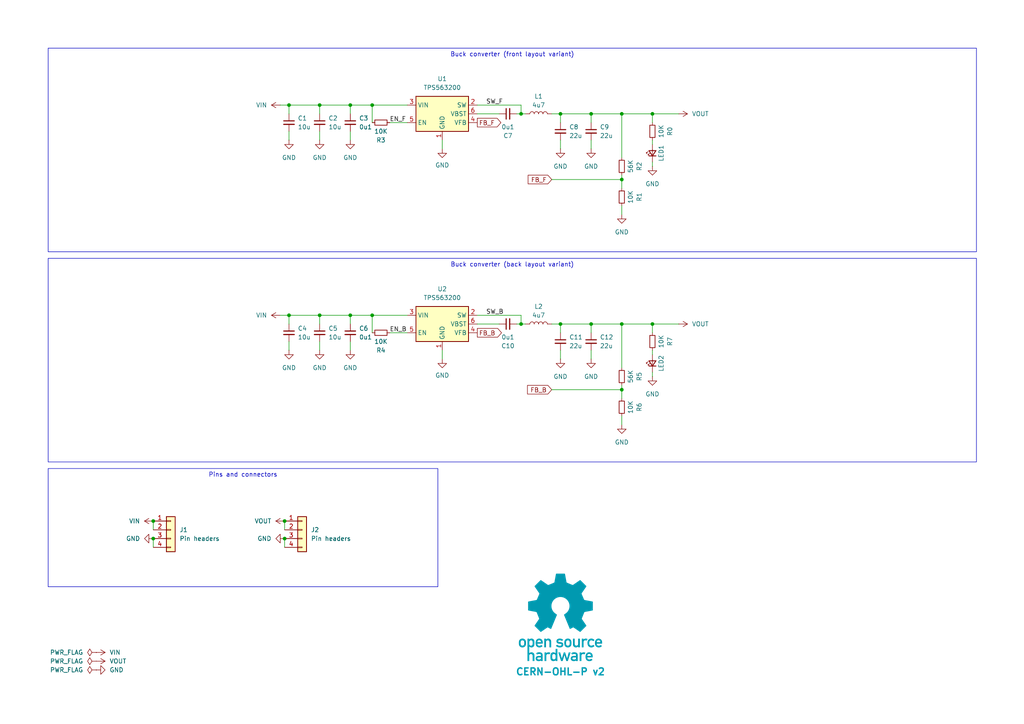
<source format=kicad_sch>
(kicad_sch (version 20231120) (generator "eeschema") (generator_version "8.0")
  (paper "A4")
  (lib_symbols
    (symbol "Connector_Generic:Conn_01x04" (pin_names (offset 1.016) hide)
      (property "Reference" "J" (at 0 5.08 0))
      (property "Value" "Conn_01x04" (at 0 -7.62 0))
      (symbol "Conn_01x04_1_1"
        (rectangle (start -1.27 -4.953) (end 0 -5.207) (stroke (width 0.1524)))
        (rectangle (start -1.27 -2.413) (end 0 -2.667) (stroke (width 0.1524)))
        (rectangle (start -1.27 0.127) (end 0 -0.127) (stroke (width 0.1524)))
        (rectangle (start -1.27 2.667) (end 0 2.413) (stroke (width 0.1524)))
        (rectangle (start -1.27 3.81) (end 1.27 -6.35) (stroke (width 0.254)) (fill (type background)))
        (pin passive line (at -5.08 2.54 0) (length 3.81) (name "Pin_1") (number "1"))
        (pin passive line (at -5.08 0 0) (length 3.81) (name "Pin_2") (number "2"))
        (pin passive line (at -5.08 -2.54 0) (length 3.81) (name "Pin_3") (number "3"))
        (pin passive line (at -5.08 -5.08 0) (length 3.81) (name "Pin_4") (number "4"))
      )
    )
    (symbol "Device:C_Small" (pin_numbers hide) (pin_names (offset 0.254) hide)
      (property "Reference" "C" (at 0.254 1.778 0))
      (property "Value" "C_Small" (at 0.254 -2.032 0))
      (symbol "C_Small_0_1"
        (polyline (pts (xy -1.524 -0.508) (xy 1.524 -0.508)) (stroke (width 0.3302)))
        (polyline (pts (xy -1.524 0.508) (xy 1.524 0.508)) (stroke (width 0.3048)))
      )
      (symbol "C_Small_1_1"
        (pin passive line (at 0 2.54 270) (length 2.032) (name "~") (number "1"))
        (pin passive line (at 0 -2.54 90) (length 2.032) (name "~") (number "2"))
      )
    )
    (symbol "Device:L" (pin_numbers hide) (pin_names (offset 1.016) hide)
      (property "Reference" "L" (at -1.27 0 90))
      (property "Value" "L" (at 1.905 0 90))
      (symbol "L_0_1"
        (arc (start 0 -2.54) (mid 0.6323 -1.905) (end 0 -1.27))
        (arc (start 0 -1.27) (mid 0.6323 -0.635) (end 0 0))
        (arc (start 0 0) (mid 0.6323 0.635) (end 0 1.27))
        (arc (start 0 1.27) (mid 0.6323 1.905) (end 0 2.54))
      )
      (symbol "L_1_1"
        (pin passive line (at 0 3.81 270) (length 1.27) (name "1") (number "1"))
        (pin passive line (at 0 -3.81 90) (length 1.27) (name "2") (number "2"))
      )
    )
    (symbol "Device:LED_Small" (pin_numbers hide) (pin_names (offset 0.254) hide)
      (property "Reference" "D" (at -1.27 3.175 0))
      (property "Value" "LED_Small" (at -4.445 -2.54 0))
      (symbol "LED_Small_0_1"
        (polyline (pts (xy -0.762 -1.016) (xy -0.762 1.016)) (stroke (width 0.254)))
        (polyline (pts (xy 1.016 0) (xy -0.762 0)))
        (polyline (pts (xy 0.762 -1.016) (xy -0.762 0) (xy 0.762 1.016) (xy 0.762 -1.016)) (stroke (width 0.254)))
        (polyline (pts (xy 0 0.762) (xy -0.508 1.27) (xy -0.254 1.27) (xy -0.508 1.27) (xy -0.508 1.016)))
        (polyline (pts (xy 0.508 1.27) (xy 0 1.778) (xy 0.254 1.778) (xy 0 1.778) (xy 0 1.524)))
      )
      (symbol "LED_Small_1_1"
        (pin passive line (at -2.54 0 0) (length 1.778) (name "K") (number "1"))
        (pin passive line (at 2.54 0 180) (length 1.778) (name "A") (number "2"))
      )
    )
    (symbol "Device:R_Small" (pin_numbers hide) (pin_names (offset 0.254) hide)
      (property "Reference" "R" (at 0.762 0.508 0))
      (property "Value" "R_Small" (at 0.762 -1.016 0))
      (symbol "R_Small_0_1"
        (rectangle (start -0.762 1.778) (end 0.762 -1.778) (stroke (width 0.2032)))
      )
      (symbol "R_Small_1_1"
        (pin passive line (at 0 2.54 270) (length 0.762) (name "~") (number "1"))
        (pin passive line (at 0 -2.54 90) (length 0.762) (name "~") (number "2"))
      )
    )
    (symbol "Regulator_Switching:TPS563200"
      (property "Reference" "U" (at -7.62 6.35 0))
      (property "Value" "TPS563200" (at -2.54 6.35 0))
      (symbol "TPS563200_0_1"
        (rectangle (start -7.62 5.08) (end 7.62 -5.08) (stroke (width 0.254)) (fill (type background)))
      )
      (symbol "TPS563200_1_1"
        (pin power_in line (at 0 -7.62 90) (length 2.54) (name "GND") (number "1"))
        (pin output line (at 10.16 2.54 180) (length 2.54) (name "SW") (number "2"))
        (pin power_in line (at -10.16 2.54 0) (length 2.54) (name "VIN") (number "3"))
        (pin input line (at 10.16 -2.54 180) (length 2.54) (name "VFB") (number "4"))
        (pin input line (at -10.16 -2.54 0) (length 2.54) (name "EN") (number "5"))
        (pin passive line (at 10.16 0 180) (length 2.54) (name "VBST") (number "6"))
      )
    )
    (symbol "power:GND" (power) (pin_numbers hide) (pin_names (offset 0) hide)
      (property "Value" "GND" (at 0 -3.81 0))
      (symbol "GND_0_1"
        (polyline (pts (xy 0 0) (xy 0 -1.27) (xy 1.27 -1.27) (xy 0 -2.54) (xy -1.27 -1.27) (xy 0 -1.27)))
      )
      (symbol "GND_1_1"
        (pin power_in line (at 0 0 270) (length 0) (name "~") (number "1"))
      )
    )
    (symbol "power:PWR_FLAG" (power) (pin_numbers hide) (pin_names (offset 0) hide)
      (property "Value" "PWR_FLAG" (at 0 3.81 0))
      (symbol "PWR_FLAG_0_0"
        (pin power_out line (at 0 0 90) (length 0) (name "~") (number "1"))
      )
      (symbol "PWR_FLAG_0_1"
        (polyline (pts (xy 0 0) (xy 0 1.27) (xy -1.016 1.905) (xy 0 2.54) (xy 1.016 1.905) (xy 0 1.27)))
      )
    )
    (symbol "power:VCC" (power) (pin_numbers hide) (pin_names (offset 0) hide)
      (property "Value" "VCC" (at 0 3.556 0))
      (symbol "VCC_0_1"
        (polyline (pts (xy -0.762 1.27) (xy 0 2.54)))
        (polyline (pts (xy 0 0) (xy 0 2.54)))
        (polyline (pts (xy 0 2.54) (xy 0.762 1.27)))
      )
      (symbol "VCC_1_1"
        (pin power_in line (at 0 0 90) (length 0) (name "~") (number "1"))
      )
    )
  )
  (junction (at 180.34 52.07))
  (junction (at 151.13 33.02))
  (junction (at 82.55 151.13))
  (junction (at 171.45 33.02))
  (junction (at 180.34 93.98))
  (junction (at 83.82 91.44))
  (junction (at 189.23 33.02))
  (junction (at 180.34 33.02))
  (junction (at 189.23 93.98))
  (junction (at 83.82 30.48))
  (junction (at 162.56 33.02))
  (junction (at 107.95 30.48))
  (junction (at 107.95 91.44))
  (junction (at 44.45 156.21))
  (junction (at 101.6 91.44))
  (junction (at 180.34 113.03))
  (junction (at 44.45 151.13))
  (junction (at 82.55 156.21))
  (junction (at 101.6 30.48))
  (junction (at 171.45 93.98))
  (junction (at 92.71 30.48))
  (junction (at 162.56 93.98))
  (junction (at 151.13 93.98))
  (junction (at 92.71 91.44))
  (wire (pts (xy 162.56 33.02) (xy 162.56 35.56)))
  (wire (pts (xy 138.43 93.98) (xy 144.78 93.98)))
  (wire (pts (xy 113.03 35.56) (xy 118.11 35.56)))
  (wire (pts (xy 107.95 91.44) (xy 107.95 96.52)))
  (wire (pts (xy 44.45 156.21) (xy 44.45 158.75)))
  (wire (pts (xy 113.03 96.52) (xy 118.11 96.52)))
  (wire (pts (xy 160.02 52.07) (xy 180.34 52.07)))
  (wire (pts (xy 92.71 30.48) (xy 101.6 30.48)))
  (wire (pts (xy 128.27 43.18) (xy 128.27 40.64)))
  (wire (pts (xy 180.34 33.02) (xy 189.23 33.02)))
  (wire (pts (xy 162.56 93.98) (xy 171.45 93.98)))
  (wire (pts (xy 189.23 96.52) (xy 189.23 93.98)))
  (wire (pts (xy 171.45 96.52) (xy 171.45 93.98)))
  (wire (pts (xy 160.02 33.02) (xy 162.56 33.02)))
  (wire (pts (xy 180.34 113.03) (xy 180.34 115.57)))
  (wire (pts (xy 180.34 111.76) (xy 180.34 113.03)))
  (wire (pts (xy 196.85 33.02) (xy 189.23 33.02)))
  (wire (pts (xy 138.43 33.02) (xy 144.78 33.02)))
  (wire (pts (xy 92.71 33.02) (xy 92.71 30.48)))
  (wire (pts (xy 189.23 40.64) (xy 189.23 41.91)))
  (wire (pts (xy 81.28 30.48) (xy 83.82 30.48)))
  (wire (pts (xy 101.6 33.02) (xy 101.6 30.48)))
  (wire (pts (xy 162.56 93.98) (xy 162.56 96.52)))
  (wire (pts (xy 44.45 151.13) (xy 44.45 153.67)))
  (wire (pts (xy 92.71 93.98) (xy 92.71 91.44)))
  (wire (pts (xy 107.95 91.44) (xy 118.11 91.44)))
  (wire (pts (xy 82.55 151.13) (xy 82.55 153.67)))
  (wire (pts (xy 83.82 91.44) (xy 92.71 91.44)))
  (wire (pts (xy 189.23 101.6) (xy 189.23 102.87)))
  (wire (pts (xy 180.34 93.98) (xy 189.23 93.98)))
  (wire (pts (xy 149.86 33.02) (xy 151.13 33.02)))
  (wire (pts (xy 189.23 35.56) (xy 189.23 33.02)))
  (wire (pts (xy 180.34 93.98) (xy 180.34 106.68)))
  (wire (pts (xy 180.34 123.19) (xy 180.34 120.65)))
  (wire (pts (xy 83.82 33.02) (xy 83.82 30.48)))
  (wire (pts (xy 149.86 93.98) (xy 151.13 93.98)))
  (wire (pts (xy 189.23 109.22) (xy 189.23 107.95)))
  (wire (pts (xy 171.45 35.56) (xy 171.45 33.02)))
  (wire (pts (xy 180.34 62.23) (xy 180.34 59.69)))
  (wire (pts (xy 81.28 91.44) (xy 83.82 91.44)))
  (wire (pts (xy 92.71 101.6) (xy 92.71 99.06)))
  (wire (pts (xy 92.71 91.44) (xy 101.6 91.44)))
  (wire (pts (xy 160.02 93.98) (xy 162.56 93.98)))
  (wire (pts (xy 180.34 33.02) (xy 180.34 45.72)))
  (wire (pts (xy 107.95 30.48) (xy 107.95 35.56)))
  (wire (pts (xy 151.13 93.98) (xy 152.4 93.98)))
  (wire (pts (xy 101.6 40.64) (xy 101.6 38.1)))
  (wire (pts (xy 101.6 93.98) (xy 101.6 91.44)))
  (wire (pts (xy 138.43 91.44) (xy 151.13 91.44)))
  (wire (pts (xy 107.95 30.48) (xy 118.11 30.48)))
  (wire (pts (xy 196.85 93.98) (xy 189.23 93.98)))
  (wire (pts (xy 171.45 104.14) (xy 171.45 101.6)))
  (wire (pts (xy 162.56 33.02) (xy 171.45 33.02)))
  (wire (pts (xy 151.13 30.48) (xy 151.13 33.02)))
  (wire (pts (xy 92.71 40.64) (xy 92.71 38.1)))
  (wire (pts (xy 82.55 156.21) (xy 82.55 158.75)))
  (wire (pts (xy 180.34 33.02) (xy 171.45 33.02)))
  (wire (pts (xy 101.6 30.48) (xy 107.95 30.48)))
  (wire (pts (xy 128.27 104.14) (xy 128.27 101.6)))
  (wire (pts (xy 83.82 30.48) (xy 92.71 30.48)))
  (wire (pts (xy 83.82 101.6) (xy 83.82 99.06)))
  (wire (pts (xy 180.34 50.8) (xy 180.34 52.07)))
  (wire (pts (xy 171.45 43.18) (xy 171.45 40.64)))
  (wire (pts (xy 138.43 30.48) (xy 151.13 30.48)))
  (wire (pts (xy 162.56 104.14) (xy 162.56 101.6)))
  (wire (pts (xy 83.82 93.98) (xy 83.82 91.44)))
  (wire (pts (xy 180.34 52.07) (xy 180.34 54.61)))
  (wire (pts (xy 180.34 93.98) (xy 171.45 93.98)))
  (wire (pts (xy 101.6 91.44) (xy 107.95 91.44)))
  (wire (pts (xy 162.56 43.18) (xy 162.56 40.64)))
  (wire (pts (xy 83.82 40.64) (xy 83.82 38.1)))
  (wire (pts (xy 160.02 113.03) (xy 180.34 113.03)))
  (wire (pts (xy 101.6 101.6) (xy 101.6 99.06)))
  (wire (pts (xy 189.23 48.26) (xy 189.23 46.99)))
  (wire (pts (xy 151.13 33.02) (xy 152.4 33.02)))
  (wire (pts (xy 151.13 91.44) (xy 151.13 93.98)))
  (image (at 162.56 179.07) (scale 0.37481))
  (text_box "Pins and connectors" (at 13.97 135.89 0) (size 113.03 34.29) (effects (font (size 1.27 1.27)) (justify top)))
  (text_box "Buck converter (front layout variant)" (at 13.97 13.97 0) (size 269.24 59.055) (effects (font (size 1.27 1.27)) (justify top)))
  (text_box "Buck converter (back layout variant)" (at 13.97 74.93 0) (size 269.24 59.055) (effects (font (size 1.27 1.27)) (justify top)))
  (text "CERN-OHL-P v2" (at 162.56 195.072 0) (effects (font (size 2 2) (thickness 0.4) (bold yes))))
  (label "EN_B" (at 113.03 96.52 0))
  (label "EN_F" (at 113.03 35.56 0))
  (label "SW_B" (at 140.97 91.44 0))
  (label "SW_F" (at 140.97 30.48 0))
  (global_label "FB_F" (shape output) (at 138.43 35.56 0) (property "Intersheetrefs" "${INTERSHEET_REFS}" (effects (hide yes))))
  (global_label "FB_B" (shape input) (at 160.02 113.03 180) (property "Intersheetrefs" "${INTERSHEET_REFS}" (effects (hide yes))))
  (global_label "FB_F" (shape input) (at 160.02 52.07 180) (property "Intersheetrefs" "${INTERSHEET_REFS}" (effects (hide yes))))
  (global_label "FB_B" (shape output) (at 138.43 96.52 0) (property "Intersheetrefs" "${INTERSHEET_REFS}" (effects (hide yes))))
  (symbol (lib_id "Device:R_Small") (at 189.23 99.06 0) (mirror x) (unit 1)
    (property "Reference" "R7" (at 194.31 99.06 90))
    (property "Value" "10K" (at 191.77 99.06 90))
    (property "Footprint" "Resistor_SMD:R_0603_1608Metric_Pad0.98x0.95mm_HandSolder" (effects (hide yes)))
    (property "Description" "Resistor, small symbol" (effects (hide yes)))
  )
  (symbol (lib_id "Device:C_Small") (at 147.32 33.02 90) (mirror x) (unit 1)
    (property "Reference" "C7" (at 147.3263 39.37 90))
    (property "Value" "0u1" (at 147.3263 36.83 90))
    (property "Footprint" "custom:C_0603_1608Metric_Pad1.08x0.95mm_HandSolder" (effects (hide yes)))
    (property "Description" "Unpolarized capacitor, small symbol" (effects (hide yes)))
  )
  (symbol (lib_id "Regulator_Switching:TPS563200") (at 128.27 33.02 0) (unit 1)
    (property "Reference" "U1" (at 128.27 22.86 0))
    (property "Value" "TPS563200" (at 128.27 25.4 0))
    (property "Footprint" "custom:SOT-23-6_Handsoldering_simple" (effects (hide yes)))
    (property "Datasheet" "http://www.ti.com/lit/ds/symlink/tps563200.pdf" (effects (hide yes)))
    (property "Description" "3A Synchronous Step-Down Voltage Regulator, Adjustable Output Voltage, 4.5-17V Input Voltage, SOT-23-6" (effects (hide yes)))
  )
  (symbol (lib_id "Device:C_Small") (at 101.6 35.56 0) (unit 1)
    (property "Reference" "C3" (at 104.14 34.2962 0) (effects (justify left)))
    (property "Value" "0u1" (at 104.14 36.8362 0) (effects (justify left)))
    (property "Footprint" "custom:C_0603_1608Metric_Pad1.08x0.95mm_HandSolder" (effects (hide yes)))
    (property "Description" "Unpolarized capacitor, small symbol" (effects (hide yes)))
  )
  (symbol (lib_id "Device:LED_Small") (at 189.23 44.45 90) (unit 1)
    (property "Reference" "LED1" (at 191.77 44.45 0))
    (property "Value" "LED_Small" (effects (hide yes)))
    (property "Footprint" "custom:LED_0603_1608Metric_Pad1.05x0.95mm_HandSolder_simple" (effects (hide yes)))
    (property "Description" "Light emitting diode, small symbol" (effects (hide yes)))
  )
  (symbol (lib_id "power:GND") (at 171.45 43.18 0) (unit 1)
    (property "Reference" "#PWR017" (effects (hide yes)))
    (property "Value" "GND" (at 171.45 48.26 0))
    (property "Description" "Power symbol creates a global label with name \"GND\" , ground" (effects (hide yes)))
  )
  (symbol (lib_id "Device:R_Small") (at 180.34 48.26 0) (mirror x) (unit 1)
    (property "Reference" "R2" (at 185.42 48.26 90))
    (property "Value" "56K" (at 182.88 48.26 90))
    (property "Footprint" "Resistor_SMD:R_0603_1608Metric_Pad0.98x0.95mm_HandSolder" (effects (hide yes)))
    (property "Description" "Resistor, small symbol" (effects (hide yes)))
  )
  (symbol (lib_id "Device:C_Small") (at 162.56 99.06 0) (unit 1)
    (property "Reference" "C11" (at 165.1 97.7962 0) (effects (justify left)))
    (property "Value" "22u" (at 165.1 100.3362 0) (effects (justify left)))
    (property "Footprint" "custom:C_0603_1608Metric_Pad1.08x0.95mm_HandSolder" (effects (hide yes)))
    (property "Description" "Unpolarized capacitor, small symbol" (effects (hide yes)))
  )
  (symbol (lib_id "power:PWR_FLAG") (at 27.94 189.23 90) (unit 1)
    (property "Reference" "#FLG03" (effects (hide yes)))
    (property "Value" "PWR_FLAG" (at 24.13 189.2299 90) (effects (justify left)))
    (property "Description" "Special symbol for telling ERC where power comes from" (effects (hide yes)))
  )
  (symbol (lib_id "power:VCC") (at 44.45 151.13 90) (mirror x) (unit 1)
    (property "Reference" "#PWR04" (effects (hide yes)))
    (property "Value" "VIN" (at 40.64 151.1299 90) (effects (justify left)))
    (property "Description" "Power symbol creates a global label with name \"VCC\"" (effects (hide yes)))
  )
  (symbol (lib_id "power:GND") (at 189.23 109.22 0) (unit 1)
    (property "Reference" "#PWR026" (effects (hide yes)))
    (property "Value" "GND" (at 189.23 114.3 0))
    (property "Description" "Power symbol creates a global label with name \"GND\" , ground" (effects (hide yes)))
  )
  (symbol (lib_id "power:GND") (at 162.56 43.18 0) (unit 1)
    (property "Reference" "#PWR016" (effects (hide yes)))
    (property "Value" "GND" (at 162.56 48.26 0))
    (property "Description" "Power symbol creates a global label with name \"GND\" , ground" (effects (hide yes)))
  )
  (symbol (lib_id "power:GND") (at 128.27 104.14 0) (unit 1)
    (property "Reference" "#PWR022" (effects (hide yes)))
    (property "Value" "GND" (at 128.27 108.8701 0))
    (property "Description" "Power symbol creates a global label with name \"GND\" , ground" (effects (hide yes)))
  )
  (symbol (lib_id "Device:R_Small") (at 110.49 35.56 90) (mirror x) (unit 1)
    (property "Reference" "R3" (at 110.49 40.64 90))
    (property "Value" "10K" (at 110.49 38.1 90))
    (property "Footprint" "Resistor_SMD:R_0603_1608Metric_Pad0.98x0.95mm_HandSolder" (effects (hide yes)))
    (property "Description" "Resistor, small symbol" (effects (hide yes)))
  )
  (symbol (lib_id "Device:C_Small") (at 147.32 93.98 90) (mirror x) (unit 1)
    (property "Reference" "C10" (at 147.3263 100.33 90))
    (property "Value" "0u1" (at 147.3263 97.79 90))
    (property "Footprint" "custom:C_0603_1608Metric_Pad1.08x0.95mm_HandSolder" (effects (hide yes)))
    (property "Description" "Unpolarized capacitor, small symbol" (effects (hide yes)))
  )
  (symbol (lib_id "Device:LED_Small") (at 189.23 105.41 90) (unit 1)
    (property "Reference" "LED2" (at 191.77 105.41 0))
    (property "Value" "LED_Small" (effects (hide yes)))
    (property "Footprint" "custom:LED_0603_1608Metric_Pad1.05x0.95mm_HandSolder_simple" (effects (hide yes)))
    (property "Description" "Light emitting diode, small symbol" (effects (hide yes)))
  )
  (symbol (lib_id "Device:C_Small") (at 162.56 38.1 0) (unit 1)
    (property "Reference" "C8" (at 165.1 36.8362 0) (effects (justify left)))
    (property "Value" "22u" (at 165.1 39.3762 0) (effects (justify left)))
    (property "Footprint" "custom:C_0603_1608Metric_Pad1.08x0.95mm_HandSolder" (effects (hide yes)))
    (property "Description" "Unpolarized capacitor, small symbol" (effects (hide yes)))
  )
  (symbol (lib_id "power:VCC") (at 27.94 191.77 270) (unit 1)
    (property "Reference" "#PWR01" (effects (hide yes)))
    (property "Value" "VOUT" (at 31.75 191.7699 90) (effects (justify left)))
    (property "Description" "Power symbol creates a global label with name \"VCC\"" (effects (hide yes)))
  )
  (symbol (lib_id "power:GND") (at 128.27 43.18 0) (unit 1)
    (property "Reference" "#PWR015" (effects (hide yes)))
    (property "Value" "GND" (at 128.27 47.9101 0))
    (property "Description" "Power symbol creates a global label with name \"GND\" , ground" (effects (hide yes)))
  )
  (symbol (lib_id "Device:C_Small") (at 101.6 96.52 0) (unit 1)
    (property "Reference" "C6" (at 104.14 95.2562 0) (effects (justify left)))
    (property "Value" "0u1" (at 104.14 97.7962 0) (effects (justify left)))
    (property "Footprint" "custom:C_0603_1608Metric_Pad1.08x0.95mm_HandSolder" (effects (hide yes)))
    (property "Description" "Unpolarized capacitor, small symbol" (effects (hide yes)))
  )
  (symbol (lib_id "power:GND") (at 180.34 123.19 0) (unit 1)
    (property "Reference" "#PWR025" (effects (hide yes)))
    (property "Value" "GND" (at 180.34 128.27 0))
    (property "Description" "Power symbol creates a global label with name \"GND\" , ground" (effects (hide yes)))
  )
  (symbol (lib_id "power:GND") (at 44.45 156.21 270) (mirror x) (unit 1)
    (property "Reference" "#PWR05" (effects (hide yes)))
    (property "Value" "GND" (at 40.64 156.2099 90) (effects (justify right)))
    (property "Description" "Power symbol creates a global label with name \"GND\" , ground" (effects (hide yes)))
  )
  (symbol (lib_id "power:GND") (at 101.6 101.6 0) (unit 1)
    (property "Reference" "#PWR014" (effects (hide yes)))
    (property "Value" "GND" (at 101.6 106.68 0))
    (property "Description" "Power symbol creates a global label with name \"GND\" , ground" (effects (hide yes)))
  )
  (symbol (lib_id "power:GND") (at 27.94 194.31 90) (unit 1)
    (property "Reference" "#PWR02" (effects (hide yes)))
    (property "Value" "GND" (at 31.75 194.3099 90) (effects (justify right)))
    (property "Description" "Power symbol creates a global label with name \"GND\" , ground" (effects (hide yes)))
  )
  (symbol (lib_id "power:VCC") (at 81.28 91.44 90) (unit 1)
    (property "Reference" "#PWR011" (effects (hide yes)))
    (property "Value" "VIN" (at 77.47 91.4399 90) (effects (justify left)))
    (property "Description" "Power symbol creates a global label with name \"VCC\"" (effects (hide yes)))
  )
  (symbol (lib_id "Device:R_Small") (at 180.34 109.22 0) (mirror x) (unit 1)
    (property "Reference" "R5" (at 185.42 109.22 90))
    (property "Value" "56K" (at 182.88 109.22 90))
    (property "Footprint" "Resistor_SMD:R_0603_1608Metric_Pad0.98x0.95mm_HandSolder" (effects (hide yes)))
    (property "Description" "Resistor, small symbol" (effects (hide yes)))
  )
  (symbol (lib_id "Connector_Generic:Conn_01x04") (at 87.63 153.67 0) (unit 1)
    (property "Reference" "J2" (at 90.17 153.6699 0) (effects (justify left)))
    (property "Value" "Pin headers" (at 90.17 156.2099 0) (effects (justify left)))
    (property "Footprint" "custom:PinHeader_1x04_P2.54mm_Vertical_simple_pad3,4gnd" (effects (hide yes)))
    (property "Description" "Generic connector, single row, 01x04, script generated (kicad-library-utils/schlib/autogen/connector/)" (effects (hide yes)))
  )
  (symbol (lib_id "Device:L") (at 156.21 33.02 90) (unit 1)
    (property "Reference" "L1" (at 156.21 27.94 90))
    (property "Value" "4u7" (at 156.21 30.48 90))
    (property "Footprint" "lcsc:IND-SMD_L2.5-W2.0_MHCHL2520" (effects (hide yes)))
    (property "Description" "Inductor" (effects (hide yes)))
  )
  (symbol (lib_id "power:GND") (at 162.56 104.14 0) (unit 1)
    (property "Reference" "#PWR023" (effects (hide yes)))
    (property "Value" "GND" (at 162.56 109.22 0))
    (property "Description" "Power symbol creates a global label with name \"GND\" , ground" (effects (hide yes)))
  )
  (symbol (lib_id "Device:C_Small") (at 92.71 96.52 0) (unit 1)
    (property "Reference" "C5" (at 95.25 95.2562 0) (effects (justify left)))
    (property "Value" "10u" (at 95.25 97.7962 0) (effects (justify left)))
    (property "Footprint" "custom:C_0603_1608Metric_Pad1.08x0.95mm_HandSolder" (effects (hide yes)))
    (property "Description" "Unpolarized capacitor, small symbol" (effects (hide yes)))
  )
  (symbol (lib_id "Regulator_Switching:TPS563200") (at 128.27 93.98 0) (unit 1)
    (property "Reference" "U2" (at 128.27 83.82 0))
    (property "Value" "TPS563200" (at 128.27 86.36 0))
    (property "Footprint" "custom:SOT-23-6_Handsoldering_simple" (effects (hide yes)))
    (property "Datasheet" "http://www.ti.com/lit/ds/symlink/tps563200.pdf" (effects (hide yes)))
    (property "Description" "3A Synchronous Step-Down Voltage Regulator, Adjustable Output Voltage, 4.5-17V Input Voltage, SOT-23-6" (effects (hide yes)))
  )
  (symbol (lib_id "power:VCC") (at 81.28 30.48 90) (unit 1)
    (property "Reference" "#PWR08" (effects (hide yes)))
    (property "Value" "VIN" (at 77.47 30.4799 90) (effects (justify left)))
    (property "Description" "Power symbol creates a global label with name \"VCC\"" (effects (hide yes)))
  )
  (symbol (lib_id "power:GND") (at 101.6 40.64 0) (unit 1)
    (property "Reference" "#PWR010" (effects (hide yes)))
    (property "Value" "GND" (at 101.6 45.72 0))
    (property "Description" "Power symbol creates a global label with name \"GND\" , ground" (effects (hide yes)))
  )
  (symbol (lib_id "Device:R_Small") (at 110.49 96.52 90) (mirror x) (unit 1)
    (property "Reference" "R4" (at 110.49 101.6 90))
    (property "Value" "10K" (at 110.49 99.06 90))
    (property "Footprint" "Resistor_SMD:R_0603_1608Metric_Pad0.98x0.95mm_HandSolder" (effects (hide yes)))
    (property "Description" "Resistor, small symbol" (effects (hide yes)))
  )
  (symbol (lib_id "power:VCC") (at 27.94 189.23 270) (unit 1)
    (property "Reference" "#PWR03" (effects (hide yes)))
    (property "Value" "VIN" (at 31.75 189.2299 90) (effects (justify left)))
    (property "Description" "Power symbol creates a global label with name \"VCC\"" (effects (hide yes)))
  )
  (symbol (lib_id "power:PWR_FLAG") (at 27.94 191.77 90) (unit 1)
    (property "Reference" "#FLG01" (effects (hide yes)))
    (property "Value" "PWR_FLAG" (at 24.13 191.7699 90) (effects (justify left)))
    (property "Description" "Special symbol for telling ERC where power comes from" (effects (hide yes)))
  )
  (symbol (lib_id "Device:C_Small") (at 83.82 96.52 0) (unit 1)
    (property "Reference" "C4" (at 86.36 95.2562 0) (effects (justify left)))
    (property "Value" "10u" (at 86.36 97.7962 0) (effects (justify left)))
    (property "Footprint" "custom:C_0603_1608Metric_Pad1.08x0.95mm_HandSolder" (effects (hide yes)))
    (property "Description" "Unpolarized capacitor, small symbol" (effects (hide yes)))
  )
  (symbol (lib_id "power:VCC") (at 196.85 93.98 270) (unit 1)
    (property "Reference" "#PWR027" (effects (hide yes)))
    (property "Value" "VOUT" (at 200.66 93.9801 90) (effects (justify left)))
    (property "Description" "Power symbol creates a global label with name \"VCC\"" (effects (hide yes)))
  )
  (symbol (lib_id "Device:C_Small") (at 92.71 35.56 0) (unit 1)
    (property "Reference" "C2" (at 95.25 34.2962 0) (effects (justify left)))
    (property "Value" "10u" (at 95.25 36.8362 0) (effects (justify left)))
    (property "Footprint" "custom:C_0603_1608Metric_Pad1.08x0.95mm_HandSolder" (effects (hide yes)))
    (property "Description" "Unpolarized capacitor, small symbol" (effects (hide yes)))
  )
  (symbol (lib_id "Device:R_Small") (at 189.23 38.1 0) (mirror x) (unit 1)
    (property "Reference" "R0" (at 194.31 38.1 90))
    (property "Value" "10K" (at 191.77 38.1 90))
    (property "Footprint" "Resistor_SMD:R_0603_1608Metric_Pad0.98x0.95mm_HandSolder" (effects (hide yes)))
    (property "Description" "Resistor, small symbol" (effects (hide yes)))
  )
  (symbol (lib_id "power:GND") (at 83.82 101.6 0) (unit 1)
    (property "Reference" "#PWR012" (effects (hide yes)))
    (property "Value" "GND" (at 83.82 106.68 0))
    (property "Description" "Power symbol creates a global label with name \"GND\" , ground" (effects (hide yes)))
  )
  (symbol (lib_id "Device:R_Small") (at 180.34 57.15 0) (mirror x) (unit 1)
    (property "Reference" "R1" (at 185.42 57.15 90))
    (property "Value" "10K" (at 182.88 57.15 90))
    (property "Footprint" "Resistor_SMD:R_0603_1608Metric_Pad0.98x0.95mm_HandSolder" (effects (hide yes)))
    (property "Description" "Resistor, small symbol" (effects (hide yes)))
  )
  (symbol (lib_id "Device:C_Small") (at 171.45 38.1 0) (unit 1)
    (property "Reference" "C9" (at 173.99 36.8362 0) (effects (justify left)))
    (property "Value" "22u" (at 173.99 39.3762 0) (effects (justify left)))
    (property "Footprint" "custom:C_0603_1608Metric_Pad1.08x0.95mm_HandSolder" (effects (hide yes)))
    (property "Description" "Unpolarized capacitor, small symbol" (effects (hide yes)))
  )
  (symbol (lib_id "power:PWR_FLAG") (at 27.94 194.31 90) (unit 1)
    (property "Reference" "#FLG02" (effects (hide yes)))
    (property "Value" "PWR_FLAG" (at 24.13 194.3099 90) (effects (justify left)))
    (property "Description" "Special symbol for telling ERC where power comes from" (effects (hide yes)))
  )
  (symbol (lib_id "power:GND") (at 180.34 62.23 0) (unit 1)
    (property "Reference" "#PWR020" (effects (hide yes)))
    (property "Value" "GND" (at 180.34 67.31 0))
    (property "Description" "Power symbol creates a global label with name \"GND\" , ground" (effects (hide yes)))
  )
  (symbol (lib_id "Connector_Generic:Conn_01x04") (at 49.53 153.67 0) (unit 1)
    (property "Reference" "J1" (at 52.07 153.6699 0) (effects (justify left)))
    (property "Value" "Pin headers" (at 52.07 156.2099 0) (effects (justify left)))
    (property "Footprint" "custom:PinHeader_1x04_P2.54mm_Vertical_simple_pad3,4gnd" (effects (hide yes)))
    (property "Description" "Generic connector, single row, 01x04, script generated (kicad-library-utils/schlib/autogen/connector/)" (effects (hide yes)))
  )
  (symbol (lib_id "power:GND") (at 92.71 101.6 0) (unit 1)
    (property "Reference" "#PWR013" (effects (hide yes)))
    (property "Value" "GND" (at 92.71 106.68 0))
    (property "Description" "Power symbol creates a global label with name \"GND\" , ground" (effects (hide yes)))
  )
  (symbol (lib_id "power:VCC") (at 196.85 33.02 270) (unit 1)
    (property "Reference" "#PWR018" (effects (hide yes)))
    (property "Value" "VOUT" (at 200.66 33.0201 90) (effects (justify left)))
    (property "Description" "Power symbol creates a global label with name \"VCC\"" (effects (hide yes)))
  )
  (symbol (lib_id "Device:C_Small") (at 83.82 35.56 0) (unit 1)
    (property "Reference" "C1" (at 86.36 34.2962 0) (effects (justify left)))
    (property "Value" "10u" (at 86.36 36.8362 0) (effects (justify left)))
    (property "Footprint" "custom:C_0603_1608Metric_Pad1.08x0.95mm_HandSolder" (effects (hide yes)))
    (property "Description" "Unpolarized capacitor, small symbol" (effects (hide yes)))
  )
  (symbol (lib_id "Device:C_Small") (at 171.45 99.06 0) (unit 1)
    (property "Reference" "C12" (at 173.99 97.7962 0) (effects (justify left)))
    (property "Value" "22u" (at 173.99 100.3362 0) (effects (justify left)))
    (property "Footprint" "custom:C_0603_1608Metric_Pad1.08x0.95mm_HandSolder" (effects (hide yes)))
    (property "Description" "Unpolarized capacitor, small symbol" (effects (hide yes)))
  )
  (symbol (lib_id "power:GND") (at 171.45 104.14 0) (unit 1)
    (property "Reference" "#PWR024" (effects (hide yes)))
    (property "Value" "GND" (at 171.45 109.22 0))
    (property "Description" "Power symbol creates a global label with name \"GND\" , ground" (effects (hide yes)))
  )
  (symbol (lib_id "power:GND") (at 82.55 156.21 270) (mirror x) (unit 1)
    (property "Reference" "#PWR07" (effects (hide yes)))
    (property "Value" "GND" (at 78.74 156.2099 90) (effects (justify right)))
    (property "Description" "Power symbol creates a global label with name \"GND\" , ground" (effects (hide yes)))
  )
  (symbol (lib_id "Device:L") (at 156.21 93.98 90) (unit 1)
    (property "Reference" "L2" (at 156.21 88.9 90))
    (property "Value" "4u7" (at 156.21 91.44 90))
    (property "Footprint" "lcsc:IND-SMD_L2.5-W2.0_MHCHL2520" (effects (hide yes)))
    (property "Description" "Inductor" (effects (hide yes)))
  )
  (symbol (lib_id "power:GND") (at 83.82 40.64 0) (unit 1)
    (property "Reference" "#PWR09" (effects (hide yes)))
    (property "Value" "GND" (at 83.82 45.72 0))
    (property "Description" "Power symbol creates a global label with name \"GND\" , ground" (effects (hide yes)))
  )
  (symbol (lib_id "Device:R_Small") (at 180.34 118.11 0) (mirror x) (unit 1)
    (property "Reference" "R6" (at 185.42 118.11 90))
    (property "Value" "10K" (at 182.88 118.11 90))
    (property "Footprint" "Resistor_SMD:R_0603_1608Metric_Pad0.98x0.95mm_HandSolder" (effects (hide yes)))
    (property "Description" "Resistor, small symbol" (effects (hide yes)))
  )
  (symbol (lib_id "power:GND") (at 189.23 48.26 0) (unit 1)
    (property "Reference" "#PWR019" (effects (hide yes)))
    (property "Value" "GND" (at 189.23 53.34 0))
    (property "Description" "Power symbol creates a global label with name \"GND\" , ground" (effects (hide yes)))
  )
  (symbol (lib_id "power:VCC") (at 82.55 151.13 90) (mirror x) (unit 1)
    (property "Reference" "#PWR06" (effects (hide yes)))
    (property "Value" "VOUT" (at 78.74 151.1299 90) (effects (justify left)))
    (property "Description" "Power symbol creates a global label with name \"VCC\"" (effects (hide yes)))
  )
  (symbol (lib_id "power:GND") (at 92.71 40.64 0) (unit 1)
    (property "Reference" "#PWR021" (effects (hide yes)))
    (property "Value" "GND" (at 92.71 45.72 0))
    (property "Description" "Power symbol creates a global label with name \"GND\" , ground" (effects (hide yes)))
  )
)
</source>
